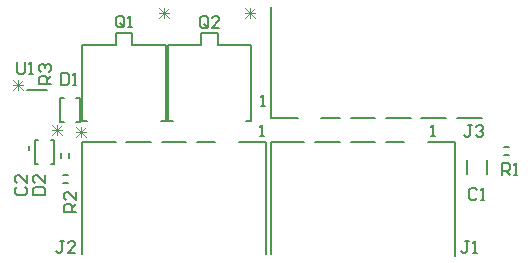
<source format=gto>
G04*
G04 #@! TF.GenerationSoftware,Altium Limited,Altium Designer,21.9.2 (33)*
G04*
G04 Layer_Color=65535*
%FSLAX25Y25*%
%MOIN*%
G70*
G04*
G04 #@! TF.SameCoordinates,6F936C73-BDDA-4E7B-AE90-99827B4021A3*
G04*
G04*
G04 #@! TF.FilePolarity,Positive*
G04*
G01*
G75*
%ADD10C,0.00600*%
%ADD11C,0.00787*%
%ADD12C,0.00300*%
D10*
X52400Y46305D02*
Y71805D01*
X24600Y46305D02*
X26240D01*
X24600D02*
Y71805D01*
X35750D01*
Y75805D01*
X41250D01*
Y71805D02*
Y75805D01*
Y71805D02*
X52400D01*
X50760Y46305D02*
X52400D01*
X79260D02*
X80900D01*
X69750Y71805D02*
X80900D01*
X69750D02*
Y75805D01*
X64250D02*
X69750D01*
X64250Y71805D02*
Y75805D01*
X53100Y71805D02*
X64250D01*
X53100Y46305D02*
Y71805D01*
Y46305D02*
X54740D01*
X80900D02*
Y71805D01*
X149401Y47323D02*
X157685D01*
X137590D02*
X145874D01*
X125779D02*
X134063D01*
X113968D02*
X122252D01*
X104287D02*
X110441D01*
X87323D02*
X96500D01*
X87323D02*
Y84500D01*
X24311Y39291D02*
X35638D01*
X24311Y2000D02*
Y39291D01*
X85925Y2000D02*
Y39291D01*
X76728D02*
X85925D01*
X62787D02*
X68941D01*
X50976D02*
X59260D01*
X39165D02*
X47449D01*
X87303D02*
X98630D01*
X87303Y2000D02*
Y39291D01*
X148917Y1500D02*
Y39291D01*
X139720D02*
X148917D01*
X125779D02*
X131933D01*
X113968D02*
X122252D01*
X102157D02*
X110441D01*
X14099Y31957D02*
X15256D01*
X8744D02*
Y40043D01*
Y31957D02*
X9901D01*
X15256D02*
Y40043D01*
X14099D02*
X15256D01*
X8744D02*
X9901D01*
X5999Y56700D02*
X12899D01*
X6898Y36742D02*
Y38258D01*
X152650Y28661D02*
Y33339D01*
X159350Y28661D02*
Y33339D01*
X22571Y45957D02*
X23728D01*
X17217D02*
X18373D01*
X17217D02*
Y54043D01*
X22571D02*
X23728D01*
Y45957D02*
Y54043D01*
X17217D02*
X18373D01*
D11*
X17350Y34043D02*
Y35618D01*
X20106Y34043D02*
Y35618D01*
X18213Y25622D02*
X19787D01*
X18213Y28378D02*
X19787D01*
X165213Y37878D02*
X166787D01*
X165213Y35122D02*
X166787D01*
X38500Y78293D02*
Y80917D01*
X37844Y81573D01*
X36532D01*
X35876Y80917D01*
Y78293D01*
X36532Y77637D01*
X37844D01*
X37188Y78949D02*
X38500Y77637D01*
X37844D02*
X38500Y78293D01*
X39812Y77637D02*
X41124D01*
X40468D01*
Y81573D01*
X39812Y80917D01*
X66344Y78243D02*
Y80867D01*
X65688Y81523D01*
X64376D01*
X63720Y80867D01*
Y78243D01*
X64376Y77587D01*
X65688D01*
X65032Y78899D02*
X66344Y77587D01*
X65688D02*
X66344Y78243D01*
X70280Y77587D02*
X67656D01*
X70280Y80211D01*
Y80867D01*
X69624Y81523D01*
X68312D01*
X67656Y80867D01*
X140787Y41287D02*
X142099D01*
X141443D01*
Y45223D01*
X140787Y44567D01*
X83787Y41287D02*
X85099D01*
X84443D01*
Y45223D01*
X83787Y44567D01*
X84287Y51287D02*
X85599D01*
X84943D01*
Y55223D01*
X84287Y54567D01*
X154344Y44968D02*
X153032D01*
X153688D01*
Y41688D01*
X153032Y41032D01*
X152376D01*
X151720Y41688D01*
X155656Y44312D02*
X156312Y44968D01*
X157624D01*
X158280Y44312D01*
Y43656D01*
X157624Y43000D01*
X156968D01*
X157624D01*
X158280Y42344D01*
Y41688D01*
X157624Y41032D01*
X156312D01*
X155656Y41688D01*
X18344Y6468D02*
X17032D01*
X17688D01*
Y3188D01*
X17032Y2532D01*
X16376D01*
X15720Y3188D01*
X22280Y2532D02*
X19656D01*
X22280Y5156D01*
Y5812D01*
X21624Y6468D01*
X20312D01*
X19656Y5812D01*
X156000Y23312D02*
X155344Y23968D01*
X154032D01*
X153376Y23312D01*
Y20688D01*
X154032Y20032D01*
X155344D01*
X156000Y20688D01*
X157312Y20032D02*
X158624D01*
X157968D01*
Y23968D01*
X157312Y23312D01*
X2876Y65968D02*
Y62688D01*
X3532Y62032D01*
X4844D01*
X5500Y62688D01*
Y65968D01*
X6812Y62032D02*
X8124D01*
X7468D01*
Y65968D01*
X6812Y65312D01*
X13968Y58720D02*
X10032D01*
Y60688D01*
X10688Y61344D01*
X12000D01*
X12656Y60688D01*
Y58720D01*
Y60032D02*
X13968Y61344D01*
X10688Y62656D02*
X10032Y63312D01*
Y64624D01*
X10688Y65280D01*
X11344D01*
X12000Y64624D01*
Y63968D01*
Y64624D01*
X12656Y65280D01*
X13312D01*
X13968Y64624D01*
Y63312D01*
X13312Y62656D01*
X22468Y16220D02*
X18532D01*
Y18188D01*
X19188Y18844D01*
X20500D01*
X21156Y18188D01*
Y16220D01*
Y17532D02*
X22468Y18844D01*
Y22780D02*
Y20156D01*
X19844Y22780D01*
X19188D01*
X18532Y22124D01*
Y20812D01*
X19188Y20156D01*
X164376Y28532D02*
Y32468D01*
X166344D01*
X167000Y31812D01*
Y30500D01*
X166344Y29844D01*
X164376D01*
X165688D02*
X167000Y28532D01*
X168312D02*
X169624D01*
X168968D01*
Y32468D01*
X168312Y31812D01*
X153500Y6468D02*
X152188D01*
X152844D01*
Y3188D01*
X152188Y2532D01*
X151532D01*
X150876Y3188D01*
X154812Y2532D02*
X156124D01*
X155468D01*
Y6468D01*
X154812Y5812D01*
X8032Y21720D02*
X11968D01*
Y23688D01*
X11312Y24344D01*
X8688D01*
X8032Y23688D01*
Y21720D01*
X11968Y28280D02*
Y25656D01*
X9344Y28280D01*
X8688D01*
X8032Y27624D01*
Y26312D01*
X8688Y25656D01*
X17376Y62468D02*
Y58532D01*
X19344D01*
X20000Y59188D01*
Y61812D01*
X19344Y62468D01*
X17376D01*
X21312Y58532D02*
X22624D01*
X21968D01*
Y62468D01*
X21312Y61812D01*
X2688Y24344D02*
X2032Y23688D01*
Y22376D01*
X2688Y21720D01*
X5312D01*
X5968Y22376D01*
Y23688D01*
X5312Y24344D01*
X5968Y28280D02*
Y25656D01*
X3344Y28280D01*
X2688D01*
X2032Y27624D01*
Y26312D01*
X2688Y25656D01*
D12*
X53500Y80940D02*
X50168Y84272D01*
X53500D02*
X50168Y80940D01*
X53500Y82606D02*
X50168D01*
X51834Y84272D02*
Y80940D01*
X82000Y80890D02*
X78668Y84222D01*
X82000D02*
X78668Y80890D01*
X82000Y82556D02*
X78668D01*
X80334Y84222D02*
Y80890D01*
X17665Y45000D02*
X14333Y41668D01*
Y45000D02*
X17665Y41668D01*
X15999Y45000D02*
Y41668D01*
X14333Y43334D02*
X17665D01*
X1500Y60165D02*
X4832Y56833D01*
X1500D02*
X4832Y60165D01*
X1500Y58499D02*
X4832D01*
X3166Y56833D02*
Y60165D01*
X22335Y41000D02*
X25667Y44332D01*
Y41000D02*
X22335Y44332D01*
X24001Y41000D02*
Y44332D01*
X25667Y42666D02*
X22335D01*
M02*

</source>
